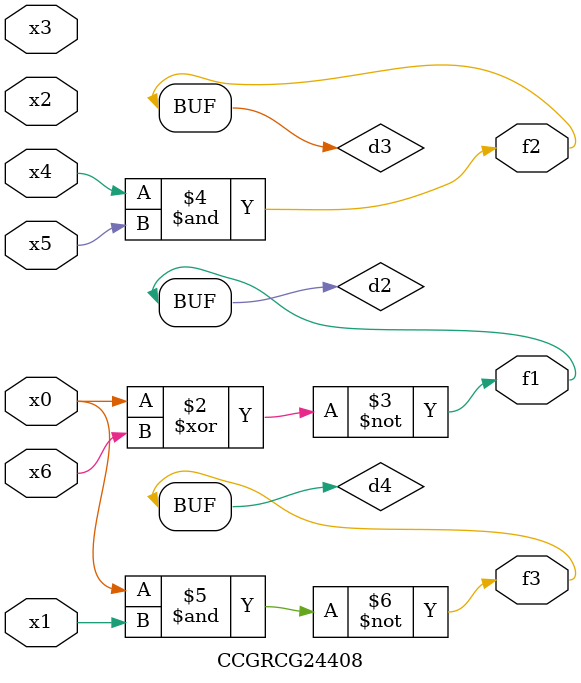
<source format=v>
module CCGRCG24408(
	input x0, x1, x2, x3, x4, x5, x6,
	output f1, f2, f3
);

	wire d1, d2, d3, d4;

	nor (d1, x0);
	xnor (d2, x0, x6);
	and (d3, x4, x5);
	nand (d4, x0, x1);
	assign f1 = d2;
	assign f2 = d3;
	assign f3 = d4;
endmodule

</source>
